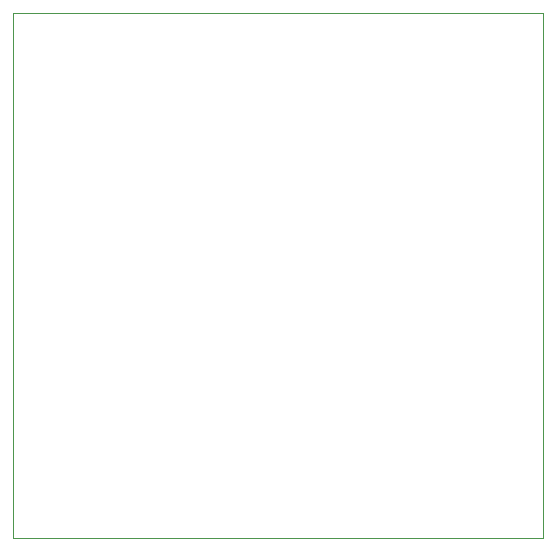
<source format=gbr>
%TF.GenerationSoftware,Altium Limited,Altium Designer,24.10.1 (45)*%
G04 Layer_Color=0*
%FSLAX45Y45*%
%MOMM*%
%TF.SameCoordinates,47669921-03A9-45D4-BEC5-7B78C51FF8BB*%
%TF.FilePolarity,Positive*%
%TF.FileFunction,Profile,NP*%
%TF.Part,Single*%
G01*
G75*
%TA.AperFunction,Profile*%
%ADD34C,0.02540*%
D34*
X0Y0D02*
X4483100D01*
Y4445000D01*
X0D01*
Y0D01*
%TF.MD5,4100a12150b5fbd0233ee909cef04434*%
M02*

</source>
